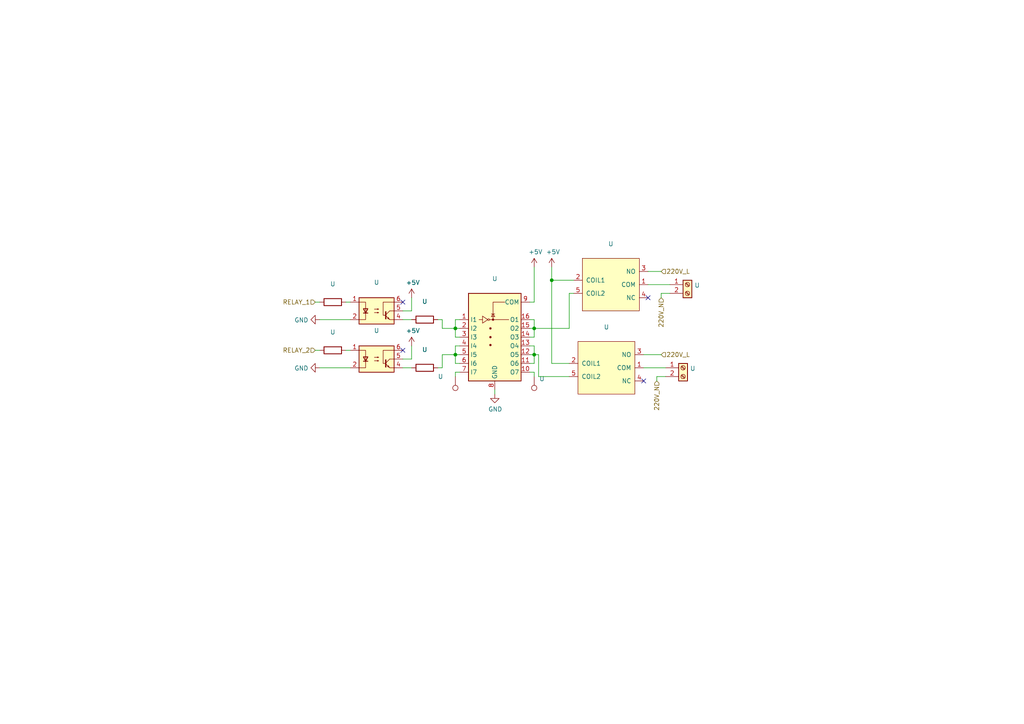
<source format=kicad_sch>
(kicad_sch (version 20220622) (generator eeschema)
  (paper "A4")
  (lib_symbols
    (symbol "Connector:Screw_Terminal_01x02" (pin_names (offset 1.016) hide)
      (property "Reference" "J" (at 0 2.54 0))
      (property "Value" "Screw_Terminal_01x02" (at 0 -5.08 0))
      (symbol "Screw_Terminal_01x02_1_1"
        (rectangle (start -1.27 1.27) (end 1.27 -3.81) (stroke (width 0.254)) (fill (type background)))
        (circle (center 0 -2.54) (radius 0.635) (stroke (width 0.1524)))
        (polyline (pts (xy -0.5334 -2.2098) (xy 0.3302 -3.048)) (stroke (width 0.1524)))
        (polyline (pts (xy -0.5334 0.3302) (xy 0.3302 -0.508)) (stroke (width 0.1524)))
        (polyline (pts (xy -0.3556 -2.032) (xy 0.508 -2.8702)) (stroke (width 0.1524)))
        (polyline (pts (xy -0.3556 0.508) (xy 0.508 -0.3302)) (stroke (width 0.1524)))
        (circle (center 0 0) (radius 0.635) (stroke (width 0.1524)))
        (pin passive line (at -5.08 0 0) (length 3.81) (name "Pin_1") (number "1"))
        (pin passive line (at -5.08 -2.54 0) (length 3.81) (name "Pin_2") (number "2"))
      )
    )
    (symbol "Connector:TestPoint" (pin_numbers hide) (pin_names (offset 0.762) hide)
      (property "Reference" "TP" (at 0 6.858 0))
      (property "Value" "TestPoint" (at 0 5.08 0))
      (symbol "TestPoint_0_1"
        (circle (center 0 3.302) (radius 0.762))
      )
      (symbol "TestPoint_1_1"
        (pin passive line (at 0 0 90) (length 2.54) (name "1") (number "1"))
      )
    )
    (symbol "Device:R" (pin_numbers hide) (pin_names (offset 0))
      (property "Reference" "R" (at 2.032 0 90))
      (property "Value" "R" (at 0 0 90))
      (symbol "R_0_1"
        (rectangle (start -1.016 -2.54) (end 1.016 2.54) (stroke (width 0.254)))
      )
      (symbol "R_1_1"
        (pin passive line (at 0 3.81 270) (length 1.27) (name "~") (number "1"))
        (pin passive line (at 0 -3.81 90) (length 1.27) (name "~") (number "2"))
      )
    )
    (symbol "Isolator:4N25" (pin_names (offset 1.016))
      (property "Reference" "U" (at -5.08 5.08 0))
      (property "Value" "4N25" (at 0 5.08 0))
      (symbol "4N25_0_1"
        (rectangle (start -5.08 3.81) (end 5.08 -3.81) (stroke (width 0.254)) (fill (type background)))
        (polyline (pts (xy -3.81 -0.635) (xy -2.54 -0.635)) (stroke (width 0.254)))
        (polyline (pts (xy 2.667 -1.397) (xy 3.81 -2.54)))
        (polyline (pts (xy 2.667 -1.143) (xy 3.81 0)))
        (polyline (pts (xy 3.81 -2.54) (xy 5.08 -2.54)))
        (polyline (pts (xy 3.81 0) (xy 5.08 0)))
        (polyline (pts (xy 2.667 -0.254) (xy 2.667 -2.286) (xy 2.667 -2.286)) (stroke (width 0.3556)))
        (polyline (pts (xy -5.08 -2.54) (xy -3.175 -2.54) (xy -3.175 2.54) (xy -5.08 2.54)))
        (polyline (pts (xy -3.175 -0.635) (xy -3.81 0.635) (xy -2.54 0.635) (xy -3.175 -0.635)) (stroke (width 0.254)))
        (polyline (pts (xy 3.683 -2.413) (xy 3.429 -1.905) (xy 3.175 -2.159) (xy 3.683 -2.413)))
        (polyline (pts (xy 5.08 2.54) (xy 1.905 2.54) (xy 1.905 -1.27) (xy 2.54 -1.27)))
        (polyline (pts (xy -0.635 -0.508) (xy 0.635 -0.508) (xy 0.254 -0.635) (xy 0.254 -0.381) (xy 0.635 -0.508)))
        (polyline (pts (xy -0.635 0.508) (xy 0.635 0.508) (xy 0.254 0.381) (xy 0.254 0.635) (xy 0.635 0.508)))
      )
      (symbol "4N25_1_1"
        (pin passive line (at -7.62 2.54 0) (length 2.54) (name "~") (number "1"))
        (pin passive line (at -7.62 -2.54 0) (length 2.54) (name "~") (number "2"))
        (pin no_connect line (at -5.08 0 0) (length 2.54) hide (name "NC") (number "3"))
        (pin passive line (at 7.62 -2.54 180) (length 2.54) (name "~") (number "4"))
        (pin passive line (at 7.62 0 180) (length 2.54) (name "~") (number "5"))
        (pin passive line (at 7.62 2.54 180) (length 2.54) (name "~") (number "6"))
      )
    )
    (symbol "New_Library:AZ943" (pin_names (offset 1.016))
      (property "Reference" "U" (at 7.62 12.7 0))
      (property "Value" "AZ943" (at -3.81 12.7 0))
      (symbol "AZ943_0_1"
        (rectangle (start -6.35 -3.81) (end 10.16 11.43) (fill (type background)))
      )
      (symbol "AZ943_1_1"
        (pin input line (at 12.7 3.81 180) (length 2.54) (name "COM") (number "1"))
        (pin input line (at -8.89 5.08 0) (length 2.54) (name "COIL1") (number "2"))
        (pin input line (at 12.7 7.62 180) (length 2.54) (name "NO") (number "3"))
        (pin input line (at 12.7 0 180) (length 2.54) (name "NC") (number "4"))
        (pin input line (at -8.89 1.27 0) (length 2.54) (name "COIL2") (number "5"))
      )
    )
    (symbol "Transistor_Array:ULN2003A"
      (property "Reference" "U" (at 0 15.875 0))
      (property "Value" "ULN2003A" (at 0 13.97 0))
      (symbol "ULN2003A_0_1"
        (rectangle (start -7.62 -12.7) (end 7.62 12.7) (stroke (width 0.254)) (fill (type background)))
        (circle (center -1.778 5.08) (radius 0.254))
        (circle (center -1.27 -2.286) (radius 0.254) (fill (type outline)))
        (circle (center -1.27 0) (radius 0.254) (fill (type outline)))
        (circle (center -1.27 2.54) (radius 0.254) (fill (type outline)))
        (circle (center -0.508 5.08) (radius 0.254) (fill (type outline)))
        (polyline (pts (xy -4.572 5.08) (xy -3.556 5.08)))
        (polyline (pts (xy -1.524 5.08) (xy 4.064 5.08)))
        (polyline (pts (xy 0 6.731) (xy -1.016 6.731)))
        (polyline (pts (xy -0.508 5.08) (xy -0.508 10.16) (xy 2.921 10.16)))
        (polyline (pts (xy -3.556 6.096) (xy -3.556 4.064) (xy -2.032 5.08) (xy -3.556 6.096)))
        (polyline (pts (xy 0 5.969) (xy -1.016 5.969) (xy -0.508 6.731) (xy 0 5.969)))
      )
      (symbol "ULN2003A_1_1"
        (pin input line (at -10.16 5.08 0) (length 2.54) (name "I1") (number "1"))
        (pin open_collector line (at 10.16 -10.16 180) (length 2.54) (name "O7") (number "10"))
        (pin open_collector line (at 10.16 -7.62 180) (length 2.54) (name "O6") (number "11"))
        (pin open_collector line (at 10.16 -5.08 180) (length 2.54) (name "O5") (number "12"))
        (pin open_collector line (at 10.16 -2.54 180) (length 2.54) (name "O4") (number "13"))
        (pin open_collector line (at 10.16 0 180) (length 2.54) (name "O3") (number "14"))
        (pin open_collector line (at 10.16 2.54 180) (length 2.54) (name "O2") (number "15"))
        (pin open_collector line (at 10.16 5.08 180) (length 2.54) (name "O1") (number "16"))
        (pin input line (at -10.16 2.54 0) (length 2.54) (name "I2") (number "2"))
        (pin input line (at -10.16 0 0) (length 2.54) (name "I3") (number "3"))
        (pin input line (at -10.16 -2.54 0) (length 2.54) (name "I4") (number "4"))
        (pin input line (at -10.16 -5.08 0) (length 2.54) (name "I5") (number "5"))
        (pin input line (at -10.16 -7.62 0) (length 2.54) (name "I6") (number "6"))
        (pin input line (at -10.16 -10.16 0) (length 2.54) (name "I7") (number "7"))
        (pin power_in line (at 0 -15.24 90) (length 2.54) (name "GND") (number "8"))
        (pin passive line (at 10.16 10.16 180) (length 2.54) (name "COM") (number "9"))
      )
    )
    (symbol "power:+5V" (power) (pin_names (offset 0))
      (property "Value" "+5V" (at 0 3.556 0))
      (symbol "+5V_0_1"
        (polyline (pts (xy -0.762 1.27) (xy 0 2.54)))
        (polyline (pts (xy 0 0) (xy 0 2.54)))
        (polyline (pts (xy 0 2.54) (xy 0.762 1.27)))
      )
      (symbol "+5V_1_1"
        (pin power_in line (at 0 0 90) (length 0) hide (name "+5V") (number "1"))
      )
    )
    (symbol "power:GND" (power) (pin_names (offset 0))
      (property "Value" "GND" (at 0 -3.81 0))
      (symbol "GND_0_1"
        (polyline (pts (xy 0 0) (xy 0 -1.27) (xy 1.27 -1.27) (xy 0 -2.54) (xy -1.27 -1.27) (xy 0 -1.27)))
      )
      (symbol "GND_1_1"
        (pin power_in line (at 0 0 270) (length 0) hide (name "GND") (number "1"))
      )
    )
  )
  (junction (at 154.94 102.87))
  (junction (at 154.94 95.25))
  (junction (at 160.02 81.28))
  (junction (at 132.08 95.25))
  (junction (at 132.08 102.87))
  (no_connect (at 116.84 87.63))
  (no_connect (at 187.96 86.36))
  (no_connect (at 116.84 101.6))
  (no_connect (at 186.69 110.49))
  (wire (pts (xy 116.84 90.17) (xy 119.38 90.17)))
  (wire (pts (xy 153.67 87.63) (xy 154.94 87.63)))
  (wire (pts (xy 153.67 102.87) (xy 154.94 102.87)))
  (wire (pts (xy 153.67 107.95) (xy 154.94 107.95)))
  (wire (pts (xy 132.08 105.41) (xy 133.35 105.41)))
  (wire (pts (xy 116.84 92.71) (xy 119.38 92.71)))
  (wire (pts (xy 187.96 78.74) (xy 191.77 78.74)))
  (wire (pts (xy 100.33 101.6) (xy 101.6 101.6)))
  (wire (pts (xy 160.02 81.28) (xy 166.37 81.28)))
  (wire (pts (xy 187.96 82.55) (xy 194.31 82.55)))
  (wire (pts (xy 190.5 110.49) (xy 190.5 109.22)))
  (wire (pts (xy 154.94 95.25) (xy 165.1 95.25)))
  (wire (pts (xy 191.77 86.36) (xy 191.77 85.09)))
  (wire (pts (xy 156.21 109.22) (xy 156.21 102.87)))
  (wire (pts (xy 132.08 95.25) (xy 132.08 97.79)))
  (wire (pts (xy 133.35 95.25) (xy 132.08 95.25)))
  (wire (pts (xy 100.33 87.63) (xy 101.6 87.63)))
  (wire (pts (xy 119.38 90.17) (xy 119.38 86.36)))
  (wire (pts (xy 128.27 95.25) (xy 128.27 92.71)))
  (wire (pts (xy 133.35 100.33) (xy 132.08 100.33)))
  (wire (pts (xy 128.27 92.71) (xy 127 92.71)))
  (wire (pts (xy 133.35 92.71) (xy 132.08 92.71)))
  (wire (pts (xy 154.94 107.95) (xy 154.94 109.22)))
  (wire (pts (xy 143.51 113.03) (xy 143.51 114.3)))
  (wire (pts (xy 116.84 104.14) (xy 119.38 104.14)))
  (wire (pts (xy 92.71 87.63) (xy 91.44 87.63)))
  (wire (pts (xy 165.1 95.25) (xy 165.1 85.09)))
  (wire (pts (xy 153.67 92.71) (xy 154.94 92.71)))
  (wire (pts (xy 160.02 81.28) (xy 160.02 105.41)))
  (wire (pts (xy 132.08 92.71) (xy 132.08 95.25)))
  (wire (pts (xy 101.6 92.71) (xy 92.71 92.71)))
  (wire (pts (xy 160.02 77.47) (xy 160.02 81.28)))
  (wire (pts (xy 160.02 105.41) (xy 165.1 105.41)))
  (wire (pts (xy 132.08 102.87) (xy 132.08 105.41)))
  (wire (pts (xy 154.94 92.71) (xy 154.94 95.25)))
  (wire (pts (xy 156.21 102.87) (xy 154.94 102.87)))
  (wire (pts (xy 132.08 95.25) (xy 128.27 95.25)))
  (wire (pts (xy 154.94 102.87) (xy 154.94 105.41)))
  (wire (pts (xy 116.84 106.68) (xy 119.38 106.68)))
  (wire (pts (xy 132.08 97.79) (xy 133.35 97.79)))
  (wire (pts (xy 165.1 109.22) (xy 156.21 109.22)))
  (wire (pts (xy 154.94 100.33) (xy 154.94 102.87)))
  (wire (pts (xy 127 106.68) (xy 128.27 106.68)))
  (wire (pts (xy 154.94 97.79) (xy 153.67 97.79)))
  (wire (pts (xy 153.67 95.25) (xy 154.94 95.25)))
  (wire (pts (xy 154.94 105.41) (xy 153.67 105.41)))
  (wire (pts (xy 128.27 106.68) (xy 128.27 102.87)))
  (wire (pts (xy 92.71 101.6) (xy 91.44 101.6)))
  (wire (pts (xy 191.77 85.09) (xy 194.31 85.09)))
  (wire (pts (xy 165.1 85.09) (xy 166.37 85.09)))
  (wire (pts (xy 186.69 102.87) (xy 191.77 102.87)))
  (wire (pts (xy 119.38 104.14) (xy 119.38 100.33)))
  (wire (pts (xy 128.27 102.87) (xy 132.08 102.87)))
  (wire (pts (xy 154.94 95.25) (xy 154.94 97.79)))
  (wire (pts (xy 190.5 109.22) (xy 193.04 109.22)))
  (wire (pts (xy 101.6 106.68) (xy 92.71 106.68)))
  (wire (pts (xy 186.69 106.68) (xy 193.04 106.68)))
  (wire (pts (xy 132.08 100.33) (xy 132.08 102.87)))
  (wire (pts (xy 153.67 100.33) (xy 154.94 100.33)))
  (wire (pts (xy 132.08 107.95) (xy 133.35 107.95)))
  (wire (pts (xy 132.08 109.22) (xy 132.08 107.95)))
  (wire (pts (xy 133.35 102.87) (xy 132.08 102.87)))
  (wire (pts (xy 154.94 77.47) (xy 154.94 87.63)))
  (hierarchical_label "220V_N" (shape input) (at 190.5 110.49 270))
  (hierarchical_label "220V_N" (shape input) (at 191.77 86.36 270))
  (hierarchical_label "RELAY_2" (shape input) (at 91.44 101.6 180))
  (hierarchical_label "220V_L" (shape input) (at 191.77 102.87 0))
  (hierarchical_label "RELAY_1" (shape input) (at 91.44 87.63 180))
  (hierarchical_label "220V_L" (shape input) (at 191.77 78.74 0))
  (symbol (lib_id "New_Library:AZ943") (at 175.26 86.36 0) (unit 1)
    (default_instance (reference "U") (unit 1) (value "") (footprint ""))
    (property "Reference" "U" (at 177.165 70.739 0))
    (property "Datasheet" "https://www.azettler.com/pdfs/az943.pdf" (effects hide))
    (property "Orbit" "http://www.orbitel.co.rs/sr/proizvod/R69908/rele-5vdc-10a-az#.XiDCqzMo_Hr" (effects hide))
  )
  (symbol (lib_id "Isolator:4N25") (at 109.22 90.17 0) (unit 1)
    (default_instance (reference "U") (unit 1) (value "") (footprint ""))
    (property "Reference" "U" (at 109.22 81.915 0))
    (property "Datasheet" "https://www.vishay.com/docs/83725/4n25.pdf" (effects hide))
    (property "Orbit" "http://www.orbitel.co.rs/sr/proizvod/434684/4n35#.Xh8yVjMo_Ho" (effects hide))
  )
  (symbol (lib_id "Transistor_Array:ULN2003A") (at 143.51 97.79 0) (unit 1)
    (default_instance (reference "U") (unit 1) (value "") (footprint ""))
    (property "Reference" "U" (at 143.51 80.8482 0))
    (property "Datasheet" "http://www.ti.com/lit/ds/symlink/uln2003a.pdf" (effects hide))
  )
  (symbol (lib_id "power:+5V") (at 154.94 77.47 0) (unit 1)
    (default_instance (reference "U") (unit 1) (value "") (footprint ""))
    (property "Reference" "U" (effects hide))
  )
  (symbol (lib_id "power:GND") (at 143.51 114.3 0) (unit 1)
    (default_instance (reference "U") (unit 1) (value "") (footprint ""))
    (property "Reference" "U" (effects hide))
  )
  (symbol (lib_id "power:+5V") (at 160.02 77.47 0) (unit 1)
    (default_instance (reference "U") (unit 1) (value "") (footprint ""))
    (property "Reference" "U" (effects hide))
  )
  (symbol (lib_id "power:+5V") (at 119.38 86.36 0) (unit 1)
    (default_instance (reference "U") (unit 1) (value "") (footprint ""))
    (property "Reference" "U" (effects hide))
  )
  (symbol (lib_id "Device:R") (at 123.19 92.71 270) (unit 1)
    (default_instance (reference "U") (unit 1) (value "") (footprint ""))
    (property "Reference" "U" (at 123.19 87.4522 90))
  )
  (symbol (lib_id "Device:R") (at 96.52 87.63 270) (unit 1)
    (default_instance (reference "U") (unit 1) (value "") (footprint ""))
    (property "Reference" "U" (at 96.52 82.3722 90))
  )
  (symbol (lib_id "power:GND") (at 92.71 92.71 270) (unit 1)
    (default_instance (reference "U") (unit 1) (value "") (footprint ""))
    (property "Reference" "U" (effects hide))
  )
  (symbol (lib_id "Isolator:4N25") (at 109.22 104.14 0) (unit 1)
    (default_instance (reference "U") (unit 1) (value "") (footprint ""))
    (property "Reference" "U" (at 109.22 95.885 0))
    (property "Datasheet" "https://www.vishay.com/docs/83725/4n25.pdf" (effects hide))
    (property "Orbit" "http://www.orbitel.co.rs/sr/proizvod/434684/4n35#.Xh8yVjMo_Ho" (effects hide))
  )
  (symbol (lib_id "power:+5V") (at 119.38 100.33 0) (unit 1)
    (default_instance (reference "U") (unit 1) (value "") (footprint ""))
    (property "Reference" "U" (effects hide))
  )
  (symbol (lib_id "Device:R") (at 123.19 106.68 270) (unit 1)
    (default_instance (reference "U") (unit 1) (value "") (footprint ""))
    (property "Reference" "U" (at 123.19 101.4222 90))
  )
  (symbol (lib_id "Device:R") (at 96.52 101.6 270) (unit 1)
    (default_instance (reference "U") (unit 1) (value "") (footprint ""))
    (property "Reference" "U" (at 96.52 96.3422 90))
  )
  (symbol (lib_id "power:GND") (at 92.71 106.68 270) (unit 1)
    (default_instance (reference "U") (unit 1) (value "") (footprint ""))
    (property "Reference" "U" (effects hide))
  )
  (symbol (lib_id "Connector:Screw_Terminal_01x02") (at 199.39 82.55 0) (unit 1)
    (default_instance (reference "U") (unit 1) (value "") (footprint ""))
    (property "Reference" "U" (at 201.422 82.7532 0) (effects (justify left)))
  )
  (symbol (lib_id "Connector:TestPoint") (at 154.94 109.22 180) (unit 1)
    (default_instance (reference "U") (unit 1) (value "") (footprint ""))
    (property "Reference" "U" (at 156.4132 109.8804 0) (effects (justify right)))
  )
  (symbol (lib_id "Connector:TestPoint") (at 132.08 109.22 180) (unit 1)
    (default_instance (reference "U") (unit 1) (value "") (footprint ""))
    (property "Reference" "U" (at 127 109.22 0) (effects (justify right)))
  )
  (symbol (lib_id "Connector:Screw_Terminal_01x02") (at 198.12 106.68 0) (unit 1)
    (default_instance (reference "U") (unit 1) (value "") (footprint ""))
    (property "Reference" "U" (at 200.152 106.8832 0) (effects (justify left)))
  )
  (symbol (lib_id "New_Library:AZ943") (at 173.99 110.49 0) (unit 1)
    (default_instance (reference "U") (unit 1) (value "") (footprint ""))
    (property "Reference" "U" (at 175.895 94.869 0))
    (property "Datasheet" "https://www.azettler.com/pdfs/az943.pdf" (effects hide))
    (property "Orbit" "http://www.orbitel.co.rs/sr/proizvod/R69908/rele-5vdc-10a-az#.XiDCqzMo_Hr" (effects hide))
  )
)
</source>
